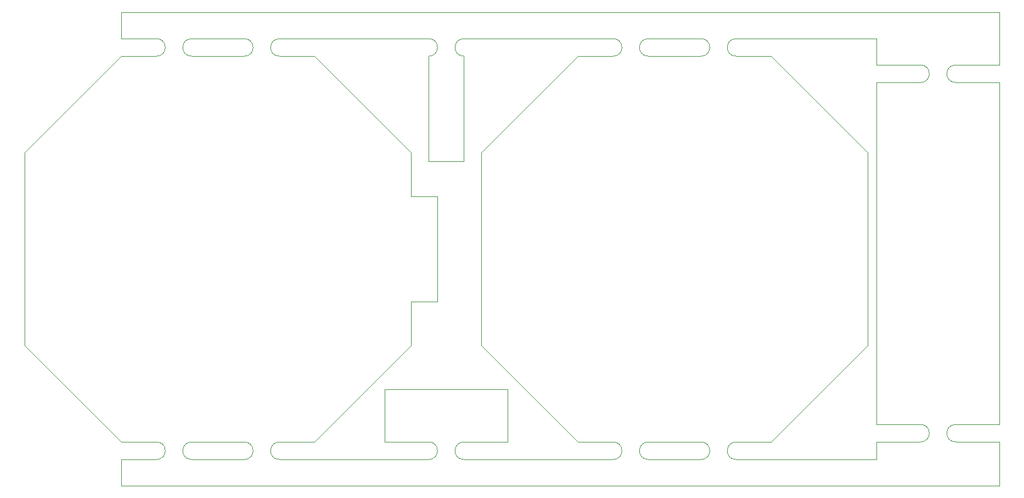
<source format=gbr>
%TF.GenerationSoftware,KiCad,Pcbnew,7.0.10*%
%TF.CreationDate,2024-02-12T11:39:43+01:00*%
%TF.ProjectId,EntangledHearts,456e7461-6e67-46c6-9564-486561727473,rev?*%
%TF.SameCoordinates,Original*%
%TF.FileFunction,Profile,NP*%
%FSLAX46Y46*%
G04 Gerber Fmt 4.6, Leading zero omitted, Abs format (unit mm)*
G04 Created by KiCad (PCBNEW 7.0.10) date 2024-02-12 11:39:43*
%MOMM*%
%LPD*%
G01*
G04 APERTURE LIST*
%TA.AperFunction,Profile*%
%ADD10C,0.100000*%
%TD*%
G04 APERTURE END LIST*
D10*
X196850000Y-71120000D02*
X196850000Y-74930000D01*
X110490000Y-71120000D02*
G75*
G03*
X110490000Y-73660000I0J-1270000D01*
G01*
X87630000Y-132080000D02*
X92710000Y-132080000D01*
X105410000Y-73660000D02*
G75*
G03*
X105410000Y-71120000I0J1270000D01*
G01*
X171450000Y-73660000D02*
G75*
G03*
X171450000Y-71120000I0J1270000D01*
G01*
X137160000Y-132080000D02*
X158750000Y-132080000D01*
X208280000Y-127000000D02*
G75*
G03*
X208280000Y-129540000I0J-1270000D01*
G01*
X214630000Y-71120000D02*
X214630000Y-74930000D01*
X196850000Y-77470000D02*
X196850000Y-127000000D01*
X176530000Y-73660000D02*
X181610000Y-73660000D01*
X137160000Y-71120000D02*
G75*
G03*
X137160000Y-73660000I0J-1270000D01*
G01*
X203200000Y-129540000D02*
X196850000Y-129540000D01*
X176530000Y-71120000D02*
G75*
G03*
X176530000Y-73660000I0J-1270000D01*
G01*
X203200000Y-129540000D02*
G75*
G03*
X203200000Y-127000000I0J1270000D01*
G01*
X163830000Y-129540000D02*
G75*
G03*
X163830000Y-132080000I0J-1270000D01*
G01*
X163830000Y-71120000D02*
G75*
G03*
X163830000Y-73660000I0J-1270000D01*
G01*
X158750000Y-73660000D02*
G75*
G03*
X158750000Y-71120000I0J1270000D01*
G01*
X87630000Y-129540000D02*
X73660000Y-115570000D01*
X137160000Y-71120000D02*
X158750000Y-71120000D01*
X110490000Y-129540000D02*
G75*
G03*
X110490000Y-132080000I0J-1270000D01*
G01*
X143510000Y-121920000D02*
X143510000Y-129540000D01*
X133350000Y-93980000D02*
X133350000Y-109220000D01*
X132080000Y-73660000D02*
G75*
G03*
X132080000Y-71120000I0J1270000D01*
G01*
X203200000Y-77470000D02*
X196850000Y-77470000D01*
X115570000Y-73660000D02*
X129540000Y-87630000D01*
X171450000Y-132080000D02*
G75*
G03*
X171450000Y-129540000I0J1270000D01*
G01*
X87630000Y-67310000D02*
X87630000Y-71120000D01*
X92710000Y-73660000D02*
G75*
G03*
X92710000Y-71120000I0J1270000D01*
G01*
X129540000Y-115570000D02*
X115570000Y-129540000D01*
X97790000Y-71120000D02*
G75*
G03*
X97790000Y-73660000I0J-1270000D01*
G01*
X153670000Y-73660000D02*
X158750000Y-73660000D01*
X137160000Y-88900000D02*
X137160000Y-73660000D01*
X208280000Y-127000000D02*
X214630000Y-127000000D01*
X97790000Y-71120000D02*
X105410000Y-71120000D01*
X97790000Y-73660000D02*
X105410000Y-73660000D01*
X129540000Y-93980000D02*
X133350000Y-93980000D01*
X73660000Y-87630000D02*
X87630000Y-73660000D01*
X163830000Y-132080000D02*
X171450000Y-132080000D01*
X92710000Y-132080000D02*
G75*
G03*
X92710000Y-129540000I0J1270000D01*
G01*
X97790000Y-132080000D02*
X105410000Y-132080000D01*
X158750000Y-132080000D02*
G75*
G03*
X158750000Y-129540000I0J1270000D01*
G01*
X129540000Y-87630000D02*
X129540000Y-93980000D01*
X208280000Y-74930000D02*
G75*
G03*
X208280000Y-77470000I0J-1270000D01*
G01*
X214630000Y-135890000D02*
X87630000Y-135890000D01*
X176530000Y-132080000D02*
X196850000Y-132080000D01*
X129540000Y-109220000D02*
X129540000Y-115570000D01*
X196850000Y-127000000D02*
X203200000Y-127000000D01*
X214630000Y-77470000D02*
X208280000Y-77470000D01*
X139700000Y-115570000D02*
X139700000Y-87630000D01*
X163830000Y-71120000D02*
X171450000Y-71120000D01*
X196850000Y-74930000D02*
X203200000Y-74930000D01*
X137160000Y-129540000D02*
G75*
G03*
X137160000Y-132080000I0J-1270000D01*
G01*
X92710000Y-129540000D02*
X87630000Y-129540000D01*
X171450000Y-129540000D02*
X163830000Y-129540000D01*
X132080000Y-73660000D02*
X132080000Y-88900000D01*
X153670000Y-129540000D02*
X139700000Y-115570000D01*
X110490000Y-73660000D02*
X115570000Y-73660000D01*
X105410000Y-129540000D02*
X97790000Y-129540000D01*
X214630000Y-67310000D02*
X214630000Y-71120000D01*
X87630000Y-71120000D02*
X92710000Y-71120000D01*
X115570000Y-129540000D02*
X110490000Y-129540000D01*
X139700000Y-87630000D02*
X153670000Y-73660000D01*
X105410000Y-132080000D02*
G75*
G03*
X105410000Y-129540000I0J1270000D01*
G01*
X203200000Y-77470000D02*
G75*
G03*
X203200000Y-74930000I0J1270000D01*
G01*
X133350000Y-109220000D02*
X129540000Y-109220000D01*
X110490000Y-132080000D02*
X132080000Y-132080000D01*
X181610000Y-129540000D02*
X176530000Y-129540000D01*
X87630000Y-67310000D02*
X214630000Y-67310000D01*
X125730000Y-121920000D02*
X143510000Y-121920000D01*
X171450000Y-73660000D02*
X163830000Y-73660000D01*
X87630000Y-73660000D02*
X92710000Y-73660000D01*
X208280000Y-129540000D02*
X214630000Y-129540000D01*
X196850000Y-129540000D02*
X196850000Y-132080000D01*
X214630000Y-127000000D02*
X214630000Y-77470000D01*
X195580000Y-87630000D02*
X195580000Y-115570000D01*
X110490000Y-71120000D02*
X132080000Y-71120000D01*
X214630000Y-129540000D02*
X214630000Y-135890000D01*
X158750000Y-129540000D02*
X153670000Y-129540000D01*
X195580000Y-115570000D02*
X181610000Y-129540000D01*
X143510000Y-129540000D02*
X137160000Y-129540000D01*
X87630000Y-135890000D02*
X87630000Y-132080000D01*
X97790000Y-129540000D02*
G75*
G03*
X97790000Y-132080000I0J-1270000D01*
G01*
X125730000Y-129540000D02*
X125730000Y-121920000D01*
X132080000Y-88900000D02*
X137160000Y-88900000D01*
X176530000Y-129540000D02*
G75*
G03*
X176530000Y-132080000I0J-1270000D01*
G01*
X214630000Y-74930000D02*
X208280000Y-74930000D01*
X132080000Y-129540000D02*
X125730000Y-129540000D01*
X132080000Y-132080000D02*
G75*
G03*
X132080000Y-129540000I0J1270000D01*
G01*
X73660000Y-115570000D02*
X73660000Y-87630000D01*
X181610000Y-73660000D02*
X195580000Y-87630000D01*
X176530000Y-71120000D02*
X196850000Y-71120000D01*
M02*

</source>
